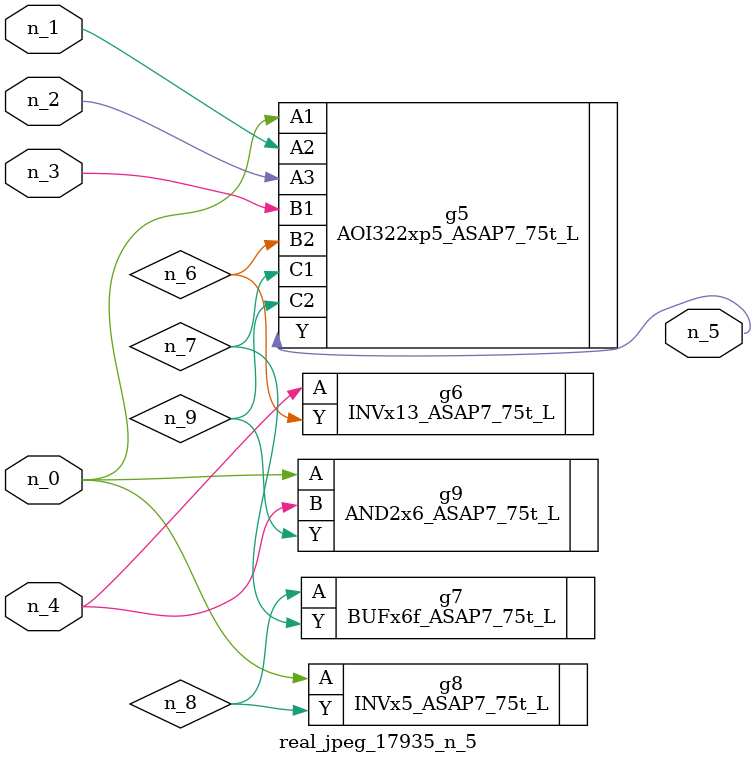
<source format=v>
module real_jpeg_17935_n_5 (n_4, n_0, n_1, n_2, n_3, n_5);

input n_4;
input n_0;
input n_1;
input n_2;
input n_3;

output n_5;

wire n_8;
wire n_6;
wire n_7;
wire n_9;

AOI322xp5_ASAP7_75t_L g5 ( 
.A1(n_0),
.A2(n_1),
.A3(n_2),
.B1(n_3),
.B2(n_6),
.C1(n_7),
.C2(n_9),
.Y(n_5)
);

INVx5_ASAP7_75t_L g8 ( 
.A(n_0),
.Y(n_8)
);

AND2x6_ASAP7_75t_L g9 ( 
.A(n_0),
.B(n_4),
.Y(n_9)
);

INVx13_ASAP7_75t_L g6 ( 
.A(n_4),
.Y(n_6)
);

BUFx6f_ASAP7_75t_L g7 ( 
.A(n_8),
.Y(n_7)
);


endmodule
</source>
